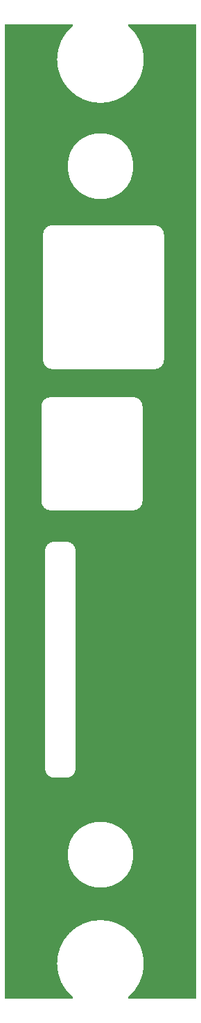
<source format=gtl>
G04 ================== begin FILE IDENTIFICATION RECORD ==================*
G04 Layout Name:  front_panel.brd*
G04 Film Name:    TOP*
G04 File Format:  Gerber RS274X*
G04 File Origin:  Cadence Allegro 17.2-S057*
G04 Origin Date:  Wed Aug 07 22:13:20 2019*
G04 *
G04 Layer:  ETCH/TOP*
G04 Layer:  PIN/TOP*
G04 Layer:  VIA CLASS/TOP*
G04 *
G04 Offset:    (0.00 0.00)*
G04 Mirror:    No*
G04 Mode:      Positive*
G04 Rotation:  0*
G04 FullContactRelief:  No*
G04 UndefLineWidth:     0.00*
G04 ================== end FILE IDENTIFICATION RECORD ====================*
%FSLAX25Y25*MOIN*%
%IR0*IPPOS*OFA0.00000B0.00000*MIA0B0*SFA1.00000B1.00000*%
%ADD10C,.31502*%
G75*
%LPD*%
G75*
G36*
G01X-13289Y-232791D02*
G02X-13543Y-233499I-255J-308D01*
G01X-45999D01*
Y233499D01*
X-13543D01*
G02X-13289Y232791I-1J-400D01*
G03X-20868Y216702I13290J-16090D01*
G01Y216700D01*
G03X20868I20868J0D01*
G01Y216702D01*
G03X13289Y232791I-20869J-1D01*
G02X13543Y233499I255J308D01*
G01X45999D01*
Y-233499D01*
X13543D01*
G02X13289Y-232791I1J400D01*
G03X20868Y-216702I-13290J16090D01*
G01Y-216700D01*
G03X-20868I-20868J0D01*
G01Y-216702D01*
G03X-13289Y-232791I20869J1D01*
G37*
%LPC*%
G75*
G36*
G01X-28448Y50315D02*
G02X-23945Y54818I4503J0D01*
G01X15755D01*
G02X20258Y50315I0J-4503D01*
G01Y5015D01*
G02X15755Y512I-4503J0D01*
G01X-23945D01*
G02X-28448Y5015I0J4503D01*
G01Y50315D01*
G37*
G36*
G01X-27626Y132705D02*
G02X-23124Y137208I4502J1D01*
G01X26076D01*
G02X30578Y132705I-1J-4503D01*
G01Y72705D01*
G02X26076Y68202I-4502J-1D01*
G01X-23124D01*
G02X-27626Y72705I1J4503D01*
G01Y132705D01*
G37*
G36*
G01X-26694Y-18936D02*
G02X-22192Y-14434I4502J0D01*
G01X-16392D01*
G02X-11890Y-18936I0J-4502D01*
G01Y-123136D01*
G02X-16392Y-127638I-4502J0D01*
G01X-22192D01*
G02X-26694Y-123136I0J4502D01*
G01Y-18936D01*
G37*
G54D10*
X0Y165500D03*
Y-164500D03*
M02*

</source>
